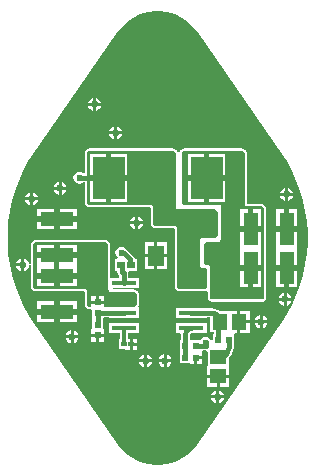
<source format=gtl>
G04*
G04 #@! TF.GenerationSoftware,Altium Limited,Altium Designer,20.1.14 (287)*
G04*
G04 Layer_Physical_Order=1*
G04 Layer_Color=255*
%FSLAX25Y25*%
%MOIN*%
G70*
G04*
G04 #@! TF.SameCoordinates,279C02DF-711F-4997-8B9F-8018C1F95EB8*
G04*
G04*
G04 #@! TF.FilePolarity,Positive*
G04*
G01*
G75*
%ADD13R,0.10630X0.14173*%
%ADD14R,0.02756X0.02441*%
%ADD15R,0.08465X0.01772*%
%ADD16R,0.08386X0.11811*%
%ADD17R,0.05276X0.07087*%
%ADD18R,0.02165X0.02165*%
%ADD19R,0.02165X0.02165*%
%ADD20R,0.11024X0.04921*%
%ADD21R,0.04921X0.11024*%
%ADD22R,0.01968X0.01654*%
%ADD23R,0.05118X0.05512*%
%ADD24R,0.05512X0.05118*%
%ADD39C,0.03150*%
%ADD40C,0.01500*%
%ADD41C,0.01181*%
%ADD42C,0.08661*%
%ADD43C,0.27559*%
%ADD44C,0.02362*%
G36*
X54869Y152397D02*
X56737Y151948D01*
X58539Y151282D01*
X60251Y150409D01*
X61848Y149340D01*
X63308Y148091D01*
X64611Y146679D01*
X65168Y145911D01*
X94135Y103926D01*
X95084Y102442D01*
X96783Y99316D01*
X98256Y96077D01*
X99495Y92742D01*
X100493Y89327D01*
X101247Y85850D01*
X101751Y82328D01*
X102004Y78779D01*
Y75221D01*
X101751Y71672D01*
X101247Y68150D01*
X100493Y64673D01*
X99495Y61258D01*
X98256Y57923D01*
X96783Y54684D01*
X95084Y51558D01*
X94135Y50074D01*
X65168Y8089D01*
X64611Y7321D01*
X63308Y5909D01*
X61848Y4660D01*
X60251Y3591D01*
X58539Y2718D01*
X56737Y2052D01*
X54869Y1603D01*
X52961Y1377D01*
X51039D01*
X49131Y1603D01*
X47263Y2052D01*
X45461Y2718D01*
X43749Y3591D01*
X42152Y4660D01*
X40692Y5909D01*
X39389Y7321D01*
X38832Y8089D01*
X9865Y50074D01*
X8916Y51558D01*
X7217Y54684D01*
X5744Y57923D01*
X4505Y61258D01*
X3507Y64673D01*
X2753Y68150D01*
X2249Y71672D01*
X1996Y75221D01*
Y78779D01*
X2249Y82328D01*
X2753Y85850D01*
X3507Y89327D01*
X4505Y92742D01*
X5744Y96077D01*
X7217Y99316D01*
X8916Y102442D01*
X9865Y103926D01*
X38832Y145911D01*
X39389Y146679D01*
X40692Y148091D01*
X42152Y149340D01*
X43749Y150409D01*
X45461Y151282D01*
X47263Y151948D01*
X49131Y152397D01*
X51039Y152623D01*
X52961D01*
X54869Y152397D01*
D02*
G37*
%LPC*%
G36*
X31500Y123624D02*
Y122000D01*
X33124D01*
X33055Y122351D01*
X32572Y123073D01*
X31851Y123555D01*
X31500Y123624D01*
D02*
G37*
G36*
X30500D02*
X30149Y123555D01*
X29427Y123073D01*
X28945Y122351D01*
X28876Y122000D01*
X30500D01*
Y123624D01*
D02*
G37*
G36*
X33124Y121000D02*
X31500D01*
Y119376D01*
X31851Y119446D01*
X32572Y119928D01*
X33055Y120649D01*
X33124Y121000D01*
D02*
G37*
G36*
X30500D02*
X28876D01*
X28945Y120649D01*
X29427Y119928D01*
X30149Y119446D01*
X30500Y119376D01*
Y121000D01*
D02*
G37*
G36*
X38500Y114124D02*
Y112500D01*
X40124D01*
X40055Y112851D01*
X39573Y113573D01*
X38851Y114055D01*
X38500Y114124D01*
D02*
G37*
G36*
X37500D02*
X37149Y114055D01*
X36428Y113573D01*
X35945Y112851D01*
X35876Y112500D01*
X37500D01*
Y114124D01*
D02*
G37*
G36*
X40124Y111500D02*
X38500D01*
Y109876D01*
X38851Y109945D01*
X39573Y110427D01*
X40055Y111149D01*
X40124Y111500D01*
D02*
G37*
G36*
X37500D02*
X35876D01*
X35945Y111149D01*
X36428Y110427D01*
X37149Y109945D01*
X37500Y109876D01*
Y111500D01*
D02*
G37*
G36*
X80199Y106803D02*
X60801D01*
X60494Y106742D01*
X60494Y106742D01*
X60126Y106589D01*
X59866Y106415D01*
X59585Y106134D01*
X59411Y105874D01*
X59258Y105506D01*
X59255Y105489D01*
X58745D01*
X58742Y105506D01*
X58742Y105506D01*
X58590Y105874D01*
X58415Y106134D01*
X58134Y106415D01*
X57874Y106589D01*
X57506Y106742D01*
X57199Y106803D01*
X29301D01*
X28994Y106742D01*
X28994Y106742D01*
X28626Y106589D01*
X28366Y106415D01*
X28085Y106134D01*
X27911Y105874D01*
X27758Y105506D01*
X27697Y105199D01*
Y98567D01*
X27197D01*
X26768Y98854D01*
X26000Y99007D01*
X25232Y98854D01*
X24581Y98419D01*
X24146Y97768D01*
X23993Y97000D01*
X24146Y96232D01*
X24581Y95581D01*
X25232Y95146D01*
X26000Y94993D01*
X26768Y95146D01*
X27197Y95433D01*
X27697D01*
Y88801D01*
X27758Y88494D01*
X27911Y88126D01*
X28085Y87866D01*
X28366Y87585D01*
X28626Y87410D01*
X28994Y87258D01*
X29301Y87197D01*
X49461D01*
X49498Y87194D01*
X49601Y87151D01*
X49651Y87101D01*
X49694Y86998D01*
X49697Y86961D01*
Y81801D01*
X49758Y81494D01*
X49911Y81126D01*
X50085Y80866D01*
X50366Y80585D01*
X50626Y80410D01*
X50994Y80258D01*
X51301Y80197D01*
X57461D01*
X57498Y80194D01*
X57601Y80151D01*
X57651Y80101D01*
X57693Y79998D01*
X57697Y79961D01*
Y64477D01*
X57713Y64399D01*
Y64320D01*
X57743Y64247D01*
X57758Y64170D01*
X57765Y64160D01*
X57772Y64126D01*
X57787D01*
Y64047D01*
Y60583D01*
X57849Y60276D01*
X57911Y60126D01*
X58085Y59866D01*
X58366Y59585D01*
X58626Y59411D01*
X58994Y59258D01*
X59301Y59197D01*
X67699D01*
X68006Y59258D01*
X68197Y59337D01*
X68615Y59123D01*
X68697Y59025D01*
Y57301D01*
X68758Y56994D01*
X68910Y56626D01*
X69085Y56366D01*
X69366Y56085D01*
X69626Y55910D01*
X69994Y55758D01*
X70301Y55697D01*
X87099D01*
X87407Y55758D01*
X87590Y55834D01*
X87851Y56008D01*
X87992Y56149D01*
X88166Y56410D01*
X88242Y56593D01*
X88242Y56593D01*
X88303Y56901D01*
Y86699D01*
X88242Y87006D01*
X88242Y87006D01*
X88090Y87374D01*
X87915Y87634D01*
X87634Y87915D01*
X87374Y88090D01*
X87006Y88242D01*
X86699Y88303D01*
X82039D01*
X82002Y88306D01*
X81899Y88349D01*
X81849Y88399D01*
X81806Y88502D01*
X81803Y88539D01*
Y105199D01*
X81742Y105506D01*
X81742Y105506D01*
X81590Y105874D01*
X81415Y106134D01*
X81134Y106415D01*
X80874Y106589D01*
X80506Y106742D01*
X80199Y106803D01*
D02*
G37*
G36*
X20000Y95624D02*
Y94000D01*
X21624D01*
X21555Y94351D01*
X21072Y95073D01*
X20351Y95555D01*
X20000Y95624D01*
D02*
G37*
G36*
X19000D02*
X18649Y95555D01*
X17928Y95073D01*
X17445Y94351D01*
X17376Y94000D01*
X19000D01*
Y95624D01*
D02*
G37*
G36*
X95500Y93624D02*
Y92000D01*
X97124D01*
X97054Y92351D01*
X96573Y93072D01*
X95851Y93555D01*
X95500Y93624D01*
D02*
G37*
G36*
X94500D02*
X94149Y93555D01*
X93427Y93072D01*
X92945Y92351D01*
X92876Y92000D01*
X94500D01*
Y93624D01*
D02*
G37*
G36*
X21624Y93000D02*
X20000D01*
Y91376D01*
X20351Y91445D01*
X21072Y91927D01*
X21555Y92649D01*
X21624Y93000D01*
D02*
G37*
G36*
X19000D02*
X17376D01*
X17445Y92649D01*
X17928Y91927D01*
X18649Y91445D01*
X19000Y91376D01*
Y93000D01*
D02*
G37*
G36*
X10500Y92124D02*
Y90500D01*
X12124D01*
X12055Y90851D01*
X11573Y91572D01*
X10851Y92054D01*
X10500Y92124D01*
D02*
G37*
G36*
X9500D02*
X9149Y92054D01*
X8427Y91572D01*
X7945Y90851D01*
X7876Y90500D01*
X9500D01*
Y92124D01*
D02*
G37*
G36*
X97124Y91000D02*
X95500D01*
Y89376D01*
X95851Y89446D01*
X96573Y89928D01*
X97054Y90649D01*
X97124Y91000D01*
D02*
G37*
G36*
X94500D02*
X92876D01*
X92945Y90649D01*
X93427Y89928D01*
X94149Y89446D01*
X94500Y89376D01*
Y91000D01*
D02*
G37*
G36*
X12124Y89500D02*
X10500D01*
Y87876D01*
X10851Y87945D01*
X11573Y88428D01*
X12055Y89149D01*
X12124Y89500D01*
D02*
G37*
G36*
X9500D02*
X7876D01*
X7945Y89149D01*
X8427Y88428D01*
X9149Y87945D01*
X9500Y87876D01*
Y89500D01*
D02*
G37*
G36*
X25012Y86724D02*
X19484D01*
Y84247D01*
X25012D01*
Y86724D01*
D02*
G37*
G36*
X17516D02*
X11988D01*
Y84247D01*
X17516D01*
Y86724D01*
D02*
G37*
G36*
X45500Y84124D02*
Y82500D01*
X47124D01*
X47055Y82851D01*
X46573Y83573D01*
X45851Y84054D01*
X45500Y84124D01*
D02*
G37*
G36*
X44500D02*
X44149Y84054D01*
X43428Y83573D01*
X42945Y82851D01*
X42876Y82500D01*
X44500D01*
Y84124D01*
D02*
G37*
G36*
X98465Y86512D02*
X95988D01*
Y80984D01*
X98465D01*
Y86512D01*
D02*
G37*
G36*
X94020D02*
X91543D01*
Y80984D01*
X94020D01*
Y86512D01*
D02*
G37*
G36*
X47124Y81500D02*
X45500D01*
Y79876D01*
X45851Y79945D01*
X46573Y80427D01*
X47055Y81149D01*
X47124Y81500D01*
D02*
G37*
G36*
X44500D02*
X42876D01*
X42945Y81149D01*
X43428Y80427D01*
X44149Y79945D01*
X44500Y79876D01*
Y81500D01*
D02*
G37*
G36*
X25012Y82279D02*
X19484D01*
Y79803D01*
X25012D01*
Y82279D01*
D02*
G37*
G36*
X17516D02*
X11988D01*
Y79803D01*
X17516D01*
Y82279D01*
D02*
G37*
G36*
X55008Y75543D02*
X51870D01*
Y71500D01*
X55008D01*
Y75543D01*
D02*
G37*
G36*
X50870D02*
X47732D01*
Y71500D01*
X50870D01*
Y75543D01*
D02*
G37*
G36*
X51370Y71000D02*
D01*
D01*
D01*
D02*
G37*
G36*
X6500Y70124D02*
X6149Y70055D01*
X5427Y69573D01*
X4945Y68851D01*
X4876Y68500D01*
X6500D01*
Y70124D01*
D02*
G37*
G36*
X34699Y76303D02*
X11301D01*
X10994Y76242D01*
X10994Y76242D01*
X10626Y76090D01*
X10366Y75915D01*
X10085Y75634D01*
X9911Y75374D01*
X9758Y75006D01*
X9697Y74699D01*
Y68183D01*
X9197Y68134D01*
X9157Y68336D01*
X9055Y68851D01*
X8573Y69573D01*
X7851Y70055D01*
X7500Y70124D01*
Y68000D01*
Y65876D01*
X7851Y65946D01*
X8573Y66427D01*
X9055Y67149D01*
X9157Y67664D01*
X9197Y67866D01*
X9697Y67817D01*
Y60801D01*
X9758Y60494D01*
X9911Y60126D01*
X10085Y59866D01*
X10366Y59585D01*
X10626Y59411D01*
X10994Y59258D01*
X11301Y59197D01*
X27461D01*
X27498Y59193D01*
X27601Y59151D01*
X27651Y59101D01*
X27694Y58998D01*
X27697Y58961D01*
Y54801D01*
X27758Y54494D01*
X27911Y54126D01*
X28085Y53866D01*
X28366Y53585D01*
X28626Y53411D01*
X28994Y53258D01*
X29301Y53197D01*
X29917D01*
X30130Y53023D01*
Y50130D01*
X30130D01*
Y49870D01*
X30130D01*
Y46539D01*
X29917D01*
Y44957D01*
X32000D01*
X34083D01*
Y46539D01*
X33870D01*
Y49870D01*
X33870D01*
Y49933D01*
X34245Y50432D01*
X35661D01*
Y50327D01*
X45701D01*
Y53673D01*
X45701Y53673D01*
X45609Y54173D01*
X45742Y54494D01*
X45803Y54801D01*
Y58199D01*
X45742Y58506D01*
X45742Y58506D01*
X45701Y58605D01*
Y58673D01*
X45673D01*
X45590Y58874D01*
X45415Y59134D01*
X45134Y59415D01*
X44874Y59589D01*
X44506Y59742D01*
X44199Y59803D01*
X36904D01*
X36875Y59819D01*
X36870Y59827D01*
X37126Y60317D01*
X37148Y60327D01*
X45701D01*
Y63673D01*
X42249D01*
Y65136D01*
X42178Y65492D01*
X42513Y65992D01*
X45279D01*
Y70008D01*
X44339D01*
X44249Y70457D01*
X43910Y70966D01*
X41932Y72943D01*
X41580Y73178D01*
X41419Y73419D01*
X40768Y73854D01*
X40000Y74007D01*
X39232Y73854D01*
X38581Y73419D01*
X38146Y72768D01*
X37993Y72000D01*
X38146Y71232D01*
X38581Y70581D01*
X38690Y70508D01*
X38538Y70008D01*
X37721D01*
Y65992D01*
X38631D01*
Y65618D01*
X38751Y65018D01*
X39090Y64510D01*
X39114Y64486D01*
Y63673D01*
X36303D01*
Y74699D01*
X36242Y75006D01*
X36242Y75006D01*
X36090Y75374D01*
X35915Y75634D01*
X35634Y75915D01*
X35374Y76090D01*
X35006Y76242D01*
X34699Y76303D01*
D02*
G37*
G36*
X98465Y79016D02*
X95004D01*
X91543D01*
Y73488D01*
Y67984D01*
X95004D01*
X98465D01*
Y73488D01*
Y79016D01*
D02*
G37*
G36*
X55008Y70500D02*
X51870D01*
Y66457D01*
X55008D01*
Y70500D01*
D02*
G37*
G36*
X50870D02*
X47732D01*
Y66457D01*
X50870D01*
Y70500D01*
D02*
G37*
G36*
X6500Y67500D02*
X4876D01*
X4945Y67149D01*
X5427Y66427D01*
X6149Y65946D01*
X6500Y65876D01*
Y67500D01*
D02*
G37*
G36*
X98465Y66016D02*
X95988D01*
Y60488D01*
X98465D01*
Y66016D01*
D02*
G37*
G36*
X94020D02*
X91543D01*
Y60488D01*
X94020D01*
Y66016D01*
D02*
G37*
G36*
X95000Y58624D02*
Y57000D01*
X96624D01*
X96554Y57351D01*
X96073Y58073D01*
X95351Y58555D01*
X95000Y58624D01*
D02*
G37*
G36*
X94000D02*
X93649Y58555D01*
X92927Y58073D01*
X92445Y57351D01*
X92376Y57000D01*
X94000D01*
Y58624D01*
D02*
G37*
G36*
X96624Y56000D02*
X95000D01*
Y54376D01*
X95351Y54445D01*
X96073Y54927D01*
X96554Y55649D01*
X96624Y56000D01*
D02*
G37*
G36*
X94000D02*
X92376D01*
X92445Y55649D01*
X92927Y54927D01*
X93649Y54445D01*
X94000Y54376D01*
Y56000D01*
D02*
G37*
G36*
X25012Y55858D02*
X19484D01*
Y53381D01*
X25012D01*
Y55858D01*
D02*
G37*
G36*
X17516D02*
X11988D01*
Y53381D01*
X17516D01*
Y55858D01*
D02*
G37*
G36*
X87000Y51124D02*
Y49500D01*
X88624D01*
X88555Y49851D01*
X88073Y50573D01*
X87351Y51055D01*
X87000Y51124D01*
D02*
G37*
G36*
X86000D02*
X85649Y51055D01*
X84927Y50573D01*
X84446Y49851D01*
X84376Y49500D01*
X86000D01*
Y51124D01*
D02*
G37*
G36*
X82709Y52756D02*
X79650D01*
Y49500D01*
X82709D01*
Y52756D01*
D02*
G37*
G36*
X25012Y51413D02*
X19484D01*
Y48937D01*
X25012D01*
Y51413D01*
D02*
G37*
G36*
X17516D02*
X11988D01*
Y48937D01*
X17516D01*
Y51413D01*
D02*
G37*
G36*
X88624Y48500D02*
X87000D01*
Y46876D01*
X87351Y46945D01*
X88073Y47427D01*
X88555Y48149D01*
X88624Y48500D01*
D02*
G37*
G36*
X86000D02*
X84376D01*
X84446Y48149D01*
X84927Y47427D01*
X85649Y46945D01*
X86000Y46876D01*
Y48500D01*
D02*
G37*
G36*
X82709Y48500D02*
X79650D01*
Y45244D01*
X82709D01*
Y48500D01*
D02*
G37*
G36*
X24000Y46124D02*
Y44500D01*
X25624D01*
X25555Y44851D01*
X25073Y45573D01*
X24351Y46055D01*
X24000Y46124D01*
D02*
G37*
G36*
X23000D02*
X22649Y46055D01*
X21927Y45573D01*
X21445Y44851D01*
X21376Y44500D01*
X23000D01*
Y46124D01*
D02*
G37*
G36*
X68339Y53673D02*
X58299D01*
Y50327D01*
X68339D01*
Y50432D01*
X69504D01*
Y45457D01*
X70661D01*
Y44870D01*
X70358D01*
Y42797D01*
X69858Y42748D01*
X69854Y42768D01*
X69419Y43419D01*
X68768Y43854D01*
X68000Y44007D01*
X67232Y43854D01*
X66581Y43419D01*
X66214Y42870D01*
X62796D01*
Y44909D01*
X62794Y44917D01*
X63089Y45327D01*
X68339D01*
Y48673D01*
X58299D01*
Y45327D01*
X59335D01*
X59665Y44951D01*
X59660Y44909D01*
X59661D01*
Y42870D01*
X59358D01*
Y39130D01*
X59358D01*
X59358Y38870D01*
X59358D01*
Y35130D01*
X62689D01*
Y34917D01*
X64272D01*
Y37000D01*
X64772D01*
Y37500D01*
X66854D01*
Y39083D01*
X67209Y39432D01*
X68000D01*
X68185Y39469D01*
X68685Y39059D01*
Y34409D01*
X68472D01*
Y31350D01*
X75984D01*
Y34409D01*
X75772D01*
Y37008D01*
X75852Y37069D01*
X76666Y38131D01*
X77178Y39367D01*
X77353Y40693D01*
X77353D01*
X77505Y41130D01*
X77642D01*
Y44870D01*
X77946Y45244D01*
X78650D01*
Y49000D01*
X79150D01*
D01*
X78650D01*
Y52756D01*
X75591D01*
Y52543D01*
X72686D01*
X72139Y52963D01*
X71035Y53421D01*
X69850Y53576D01*
Y53567D01*
X68339D01*
Y53673D01*
D02*
G37*
G36*
X34083Y43957D02*
X32500D01*
Y42374D01*
X34083D01*
Y43957D01*
D02*
G37*
G36*
X31500D02*
X29917D01*
Y42374D01*
X31500D01*
Y43957D01*
D02*
G37*
G36*
X45205Y43327D02*
X43720D01*
Y42000D01*
X45205D01*
Y43327D01*
D02*
G37*
G36*
X25624Y43500D02*
X24000D01*
Y41876D01*
X24351Y41945D01*
X25073Y42428D01*
X25555Y43149D01*
X25624Y43500D01*
D02*
G37*
G36*
X23000D02*
X21376D01*
X21445Y43149D01*
X21927Y42428D01*
X22649Y41945D01*
X23000Y41876D01*
Y43500D01*
D02*
G37*
G36*
X45205Y41000D02*
X43720D01*
Y39673D01*
X45205D01*
Y41000D01*
D02*
G37*
G36*
X45701Y48673D02*
X35661D01*
Y45327D01*
X39375D01*
Y43114D01*
X39008D01*
Y39886D01*
X41236D01*
Y39673D01*
X42720D01*
Y41500D01*
Y43327D01*
X42184D01*
Y45327D01*
X45701D01*
Y48673D01*
D02*
G37*
G36*
X55000Y38124D02*
Y36500D01*
X56624D01*
X56555Y36851D01*
X56072Y37573D01*
X55351Y38055D01*
X55000Y38124D01*
D02*
G37*
G36*
X54000D02*
X53649Y38055D01*
X52928Y37573D01*
X52446Y36851D01*
X52376Y36500D01*
X54000D01*
Y38124D01*
D02*
G37*
G36*
X48500D02*
Y36500D01*
X50124D01*
X50055Y36851D01*
X49573Y37573D01*
X48851Y38055D01*
X48500Y38124D01*
D02*
G37*
G36*
X47500D02*
X47149Y38055D01*
X46428Y37573D01*
X45945Y36851D01*
X45876Y36500D01*
X47500D01*
Y38124D01*
D02*
G37*
G36*
X66854Y36500D02*
X65272D01*
Y34917D01*
X66854D01*
Y36500D01*
D02*
G37*
G36*
X56624Y35500D02*
X55000D01*
Y33876D01*
X55351Y33945D01*
X56072Y34427D01*
X56555Y35149D01*
X56624Y35500D01*
D02*
G37*
G36*
X54000D02*
X52376D01*
X52446Y35149D01*
X52928Y34427D01*
X53649Y33945D01*
X54000Y33876D01*
Y35500D01*
D02*
G37*
G36*
X50124D02*
X48500D01*
Y33876D01*
X48851Y33945D01*
X49573Y34427D01*
X50055Y35149D01*
X50124Y35500D01*
D02*
G37*
G36*
X47500D02*
X45876D01*
X45945Y35149D01*
X46428Y34427D01*
X47149Y33945D01*
X47500Y33876D01*
Y35500D01*
D02*
G37*
G36*
X75984Y30350D02*
X72728D01*
Y27291D01*
X75984D01*
Y30350D01*
D02*
G37*
G36*
X71728D02*
X68472D01*
Y27291D01*
X71728D01*
Y30350D01*
D02*
G37*
G36*
X72500Y26124D02*
Y24500D01*
X74124D01*
X74054Y24851D01*
X73572Y25572D01*
X72851Y26055D01*
X72500Y26124D01*
D02*
G37*
G36*
X71500D02*
X71149Y26055D01*
X70428Y25572D01*
X69946Y24851D01*
X69876Y24500D01*
X71500D01*
Y26124D01*
D02*
G37*
G36*
X74124Y23500D02*
X72500D01*
Y21876D01*
X72851Y21945D01*
X73572Y22427D01*
X74054Y23149D01*
X74124Y23500D01*
D02*
G37*
G36*
X71500D02*
X69876D01*
X69946Y23149D01*
X70428Y22427D01*
X71149Y21945D01*
X71500Y21876D01*
Y23500D01*
D02*
G37*
%LPD*%
G36*
X57566Y105848D02*
X57848Y105567D01*
X58000Y105199D01*
Y105000D01*
Y87599D01*
Y87500D01*
X58019Y87305D01*
X58169Y86944D01*
X58444Y86668D01*
X58805Y86519D01*
X59000Y86500D01*
X71199D01*
X71566Y86348D01*
X71848Y86066D01*
X72000Y85699D01*
Y85500D01*
Y78000D01*
Y77801D01*
X71848Y77434D01*
X71566Y77152D01*
X71199Y77000D01*
X67000D01*
X66805Y76981D01*
X66444Y76832D01*
X66168Y76556D01*
X66019Y76195D01*
X66000Y76000D01*
Y72500D01*
Y68000D01*
X66019Y67805D01*
X66168Y67444D01*
X66444Y67168D01*
X66805Y67019D01*
X67000Y67000D01*
X67699D01*
X68066Y66848D01*
X68348Y66566D01*
X68500Y66199D01*
Y66000D01*
Y61000D01*
Y60801D01*
X68348Y60434D01*
X68066Y60152D01*
X67699Y60000D01*
X59301D01*
X58934Y60152D01*
X58652Y60434D01*
X58590Y60583D01*
Y64126D01*
X58529Y64433D01*
X58500Y64477D01*
Y80000D01*
X58481Y80195D01*
X58332Y80556D01*
X58056Y80831D01*
X57695Y80981D01*
X57500Y81000D01*
X51301D01*
X50933Y81152D01*
X50652Y81433D01*
X50500Y81801D01*
Y82000D01*
Y87000D01*
X50481Y87195D01*
X50331Y87556D01*
X50056Y87831D01*
X49695Y87981D01*
X49500Y88000D01*
X29301D01*
X28934Y88152D01*
X28652Y88433D01*
X28500Y88801D01*
Y89000D01*
Y105000D01*
Y105199D01*
X28652Y105567D01*
X28934Y105848D01*
X29301Y106000D01*
X57199D01*
X57566Y105848D01*
D02*
G37*
G36*
X80566D02*
X80848Y105567D01*
X81000Y105199D01*
Y105000D01*
Y88500D01*
X81019Y88305D01*
X81169Y87944D01*
X81444Y87669D01*
X81805Y87519D01*
X82000Y87500D01*
X86699D01*
X87066Y87348D01*
X87348Y87066D01*
X87500Y86699D01*
Y86500D01*
Y57000D01*
Y56901D01*
X87424Y56717D01*
X87283Y56576D01*
X87099Y56500D01*
X70301D01*
X69933Y56652D01*
X69652Y56933D01*
X69500Y57301D01*
Y57500D01*
Y65500D01*
Y67000D01*
D01*
X69481Y67195D01*
X69332Y67556D01*
X69056Y67831D01*
X68695Y67981D01*
X68500Y68000D01*
X68301D01*
X67933Y68152D01*
X67652Y68433D01*
X67500Y68801D01*
Y69000D01*
Y74500D01*
Y74699D01*
X67652Y75066D01*
X67933Y75348D01*
X68301Y75500D01*
X72000D01*
X72195Y75519D01*
X72556Y75669D01*
X72831Y75944D01*
X72981Y76305D01*
X73000Y76500D01*
Y76699D01*
D01*
Y88000D01*
X60801D01*
X60434Y88152D01*
X60152Y88433D01*
X60000Y88801D01*
Y89000D01*
Y90301D01*
Y90500D01*
Y105000D01*
Y105199D01*
X60152Y105567D01*
X60434Y105848D01*
X60801Y106000D01*
X80199D01*
X80566Y105848D01*
D02*
G37*
%LPC*%
G36*
X41976Y105087D02*
X36646D01*
Y97984D01*
X41976D01*
Y105087D01*
D02*
G37*
G36*
X34677D02*
X29346D01*
Y97984D01*
X34677D01*
Y105087D01*
D02*
G37*
G36*
X41976Y96016D02*
X36646D01*
Y88913D01*
X41976D01*
Y96016D01*
D02*
G37*
G36*
X34677D02*
X29346D01*
Y88913D01*
X34677D01*
Y96016D01*
D02*
G37*
G36*
X74654Y105087D02*
X69323D01*
Y97984D01*
X74654D01*
Y105087D01*
D02*
G37*
G36*
X67354D02*
X62024D01*
Y97984D01*
X67354D01*
Y105087D01*
D02*
G37*
G36*
X74654Y96016D02*
X69323D01*
Y88913D01*
X74654D01*
Y90500D01*
Y96016D01*
D02*
G37*
G36*
X67354D02*
X62024D01*
Y89500D01*
Y88913D01*
X67354D01*
Y96016D01*
D02*
G37*
G36*
X86457Y86512D02*
X83980D01*
Y80984D01*
X86457D01*
Y86512D01*
D02*
G37*
G36*
X82012D02*
X79535D01*
Y80984D01*
X82012D01*
Y86512D01*
D02*
G37*
G36*
X86457Y79016D02*
X82996D01*
X79535D01*
Y73488D01*
Y67984D01*
X82996D01*
X86457D01*
Y73488D01*
Y79016D01*
D02*
G37*
G36*
Y66016D02*
X83980D01*
Y60488D01*
X86457D01*
Y66016D01*
D02*
G37*
G36*
X82012D02*
X79535D01*
Y60488D01*
X82012D01*
Y66016D01*
D02*
G37*
%LPD*%
G36*
X35066Y75348D02*
X35348Y75066D01*
X35500Y74699D01*
Y74500D01*
Y60000D01*
X35519Y59805D01*
X35669Y59444D01*
X35944Y59168D01*
X36305Y59019D01*
X36500Y59000D01*
X44199D01*
X44566Y58848D01*
X44848Y58566D01*
X45000Y58199D01*
Y58000D01*
Y55000D01*
Y54801D01*
X44848Y54434D01*
X44566Y54152D01*
X44199Y54000D01*
X34083D01*
Y55043D01*
X32000D01*
X29917D01*
Y54000D01*
X29301D01*
X28934Y54152D01*
X28652Y54434D01*
X28500Y54801D01*
Y55000D01*
Y59000D01*
X28481Y59195D01*
X28332Y59556D01*
X28056Y59832D01*
X27695Y59981D01*
X27500Y60000D01*
X11301D01*
X10933Y60152D01*
X10652Y60434D01*
X10500Y60801D01*
Y61000D01*
Y74500D01*
Y74699D01*
X10652Y75066D01*
X10933Y75348D01*
X11301Y75500D01*
X34699D01*
X35066Y75348D01*
D02*
G37*
%LPC*%
G36*
X25012Y74716D02*
X19484D01*
Y72240D01*
X25012D01*
Y74716D01*
D02*
G37*
G36*
X17516D02*
X11988D01*
Y72240D01*
X17516D01*
Y74716D01*
D02*
G37*
G36*
X25012Y70271D02*
X11988D01*
Y67795D01*
Y65389D01*
X18500D01*
Y64405D01*
D01*
Y65389D01*
X25012D01*
Y67795D01*
Y70271D01*
D02*
G37*
G36*
Y63421D02*
X19484D01*
Y60944D01*
X25012D01*
Y63421D01*
D02*
G37*
G36*
X17516D02*
X11988D01*
Y60944D01*
X17516D01*
Y63421D01*
D02*
G37*
G36*
X34083Y57626D02*
X32500D01*
Y56043D01*
X34083D01*
Y57626D01*
D02*
G37*
G36*
X31500D02*
X29917D01*
Y56043D01*
X31500D01*
Y57626D01*
D02*
G37*
%LPD*%
D13*
X68339Y97000D02*
D03*
X35661D02*
D03*
D14*
X39886Y68000D02*
D03*
X43114D02*
D03*
D15*
X63319Y62000D02*
D03*
Y57000D02*
D03*
Y47000D02*
D03*
Y52000D02*
D03*
X40681Y47000D02*
D03*
Y52000D02*
D03*
Y62000D02*
D03*
Y57000D02*
D03*
D16*
X52000Y54500D02*
D03*
D17*
X51370Y71000D02*
D03*
X62630D02*
D03*
D18*
X61228Y41000D02*
D03*
X64772D02*
D03*
X72228Y43000D02*
D03*
X75772D02*
D03*
X61228Y37000D02*
D03*
X64772D02*
D03*
D19*
X32000Y55543D02*
D03*
Y52000D02*
D03*
Y44457D02*
D03*
Y48000D02*
D03*
D20*
X18500Y52397D02*
D03*
Y64405D02*
D03*
Y83263D02*
D03*
Y71255D02*
D03*
D21*
X82996Y67000D02*
D03*
X95004D02*
D03*
X82996Y80000D02*
D03*
X95004D02*
D03*
D22*
X43220Y41500D02*
D03*
X40780D02*
D03*
D23*
X72850Y49000D02*
D03*
X79150D02*
D03*
D24*
X72228Y37150D02*
D03*
Y30850D02*
D03*
D39*
X54100Y54500D02*
D03*
X49800D02*
D03*
Y58600D02*
D03*
X54100D02*
D03*
Y50300D02*
D03*
X49900D02*
D03*
D40*
X72228Y37150D02*
X73145Y37270D01*
X74000Y37624D01*
X74734Y38187D01*
X75297Y38921D01*
X75651Y39776D01*
X75772Y40693D01*
X72850Y49000D02*
X72228Y48378D01*
X72850Y49000D02*
X72704Y49927D01*
X72277Y50763D01*
X71614Y51427D01*
X70777Y51853D01*
X69850Y52000D01*
X63319Y47000D02*
X62274Y46720D01*
X61508Y45955D01*
X61228Y44909D01*
X40780Y46902D02*
X40681Y47000D01*
X26000Y97000D02*
X35661D01*
X40000Y72000D02*
X40165Y71835D01*
X40823D01*
X42801Y69857D01*
X39886Y68000D02*
X40199Y67687D01*
Y65618D02*
Y67687D01*
Y65618D02*
X40681Y65136D01*
Y62000D02*
Y65136D01*
X42801Y68313D02*
Y69857D01*
Y68313D02*
X43114Y68000D01*
X18000Y70755D02*
X18500Y71255D01*
X18000Y64905D02*
Y70755D01*
Y64905D02*
X18500Y64405D01*
X64772Y41000D02*
X68000D01*
Y42000D01*
X75772Y40693D02*
Y43000D01*
X72228D02*
Y48378D01*
X63319Y52000D02*
X69850D01*
X61228Y41000D02*
Y44909D01*
Y37000D02*
Y41000D01*
X61228Y37000D02*
X61228D01*
X32000Y48000D02*
Y52000D01*
X40681D01*
D41*
X40780Y41500D02*
Y46902D01*
D42*
X73506Y69854D02*
D03*
X30494D02*
D03*
D43*
X52000Y17500D02*
D03*
Y136350D02*
D03*
D44*
X19500Y93500D02*
D03*
X38000Y112000D02*
D03*
X31000Y121500D02*
D03*
X10000Y90000D02*
D03*
X7000Y68000D02*
D03*
X23500Y44000D02*
D03*
X45000Y82000D02*
D03*
X54500Y36000D02*
D03*
X48000D02*
D03*
X72000Y24000D02*
D03*
X86500Y49000D02*
D03*
X94500Y56500D02*
D03*
X95000Y91500D02*
D03*
X26000Y97000D02*
D03*
X40000Y72000D02*
D03*
X68000Y42000D02*
D03*
M02*

</source>
